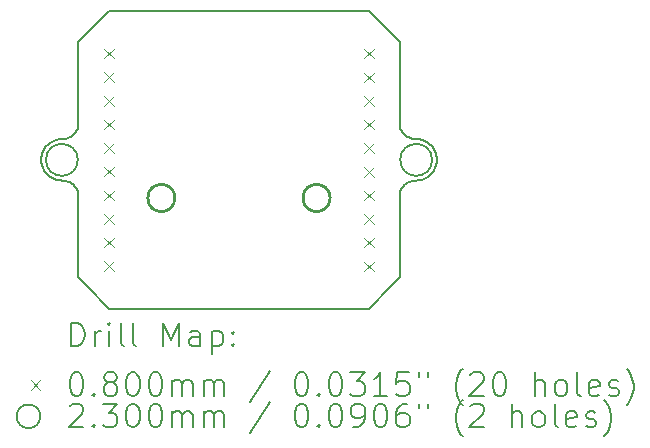
<source format=gbr>
%TF.GenerationSoftware,KiCad,Pcbnew,7.0.7*%
%TF.CreationDate,2023-10-04T16:54:40-06:00*%
%TF.ProjectId,USB_Module,5553425f-4d6f-4647-956c-652e6b696361,rev?*%
%TF.SameCoordinates,Original*%
%TF.FileFunction,Drillmap*%
%TF.FilePolarity,Positive*%
%FSLAX45Y45*%
G04 Gerber Fmt 4.5, Leading zero omitted, Abs format (unit mm)*
G04 Created by KiCad (PCBNEW 7.0.7) date 2023-10-04 16:54:40*
%MOMM*%
%LPD*%
G01*
G04 APERTURE LIST*
%ADD10C,0.150000*%
%ADD11C,0.200000*%
%ADD12C,0.080000*%
%ADD13C,0.230000*%
G04 APERTURE END LIST*
D10*
X16082764Y-9759417D02*
X16077351Y-9767824D01*
X12758048Y-9664031D02*
X12758055Y-9674030D01*
X12769873Y-9605507D02*
X12766518Y-9614926D01*
X13061277Y-9416992D02*
X13056267Y-9425644D01*
X16027440Y-9816237D02*
X16018872Y-9821392D01*
X13051925Y-9906564D02*
X13057317Y-9914984D01*
X12855936Y-9826048D02*
X12865036Y-9830192D01*
X12761490Y-9703796D02*
X12763762Y-9713533D01*
X12822337Y-9804504D02*
X12830261Y-9810602D01*
X15842916Y-9462681D02*
X15850975Y-9468598D01*
X16099374Y-9723124D02*
X16096007Y-9732539D01*
X13142980Y-10738920D02*
X13332980Y-10928920D01*
X15915897Y-9492913D02*
X15925861Y-9493746D01*
X15982302Y-9501014D02*
X15991811Y-9504105D01*
X16018872Y-9821392D02*
X16010024Y-9826048D01*
X13030677Y-9456224D02*
X13023044Y-9462681D01*
X16058363Y-9791002D02*
X16051186Y-9797964D01*
X16104470Y-9703796D02*
X16102198Y-9713533D01*
X12830082Y-9527368D02*
X12822165Y-9533476D01*
X12922985Y-9494206D02*
X12913023Y-9495062D01*
D11*
X16067980Y-9668920D02*
G75*
G03*
X16067980Y-9668920I-135000J0D01*
G01*
D10*
X16051349Y-9540026D02*
X16058517Y-9546996D01*
X16000924Y-9830192D02*
X15991603Y-9833809D01*
X15859421Y-9473948D02*
X15868215Y-9478705D01*
X12940099Y-9493746D02*
X12932980Y-9493920D01*
X16035699Y-9810602D02*
X16027440Y-9816237D01*
X12838334Y-9521722D02*
X12830082Y-9527368D01*
X15804683Y-9416992D02*
X15809693Y-9425644D01*
X13067980Y-10663920D02*
X13142980Y-10738920D01*
X13023044Y-9462681D02*
X13014985Y-9468598D01*
X12788609Y-9767824D02*
X12794493Y-9775908D01*
X13014985Y-9468598D02*
X13006539Y-9473948D01*
X12950063Y-9492913D02*
X12940099Y-9493746D01*
X15972417Y-9839419D02*
X15962615Y-9841393D01*
X12962546Y-9847049D02*
X12972251Y-9849451D01*
X12773761Y-9596296D02*
X12769873Y-9605507D01*
X12997745Y-9478705D02*
X12988645Y-9482847D01*
X13008739Y-9865529D02*
X13017061Y-9871070D01*
X13066298Y-9932836D02*
X13067980Y-10663920D01*
X12778169Y-9587321D02*
X12773761Y-9596296D01*
X13044525Y-9441815D02*
X13037849Y-9449258D01*
X15942975Y-9494206D02*
X15952936Y-9495062D01*
X15814035Y-9906564D02*
X15808643Y-9914984D01*
X16092199Y-9596296D02*
X16096087Y-9605507D01*
X12822165Y-9533476D02*
X12814611Y-9540026D01*
X15923205Y-9844277D02*
X15913262Y-9845322D01*
X12893327Y-9498472D02*
X12883657Y-9501014D01*
X16107347Y-9654049D02*
X16107912Y-9664031D01*
X13037849Y-9449258D02*
X13030677Y-9456224D01*
X16010024Y-9826048D02*
X16000924Y-9830192D01*
X12903127Y-9496485D02*
X12893327Y-9498472D01*
X12972251Y-9849451D02*
X12981767Y-9852516D01*
X15833498Y-9883805D02*
X15826492Y-9890937D01*
X15933197Y-9843920D02*
X15933197Y-9843920D01*
X12758055Y-9674030D02*
X12758632Y-9684012D01*
X12847088Y-9821392D02*
X12855936Y-9826048D01*
X15952936Y-9495062D02*
X15962833Y-9496485D01*
X12959945Y-9491399D02*
X12950063Y-9492913D01*
X13050674Y-9433932D02*
X13044525Y-9441815D01*
X16071602Y-9562108D02*
X16077476Y-9570199D01*
D11*
X13067980Y-9668920D02*
G75*
G03*
X13067980Y-9668920I-135000J0D01*
G01*
D10*
X16010223Y-9511889D02*
X16019065Y-9516557D01*
X15821435Y-9441815D02*
X15828111Y-9449258D01*
X12800829Y-9783642D02*
X12807597Y-9791002D01*
X15722980Y-10738920D02*
X15532980Y-10928920D01*
X13045966Y-9898536D02*
X13051925Y-9906564D01*
X15868215Y-9478705D02*
X15877315Y-9482847D01*
X12883870Y-9836888D02*
X12893543Y-9839419D01*
X15850975Y-9468598D02*
X15859421Y-9473948D01*
X16065276Y-9554365D02*
X16071602Y-9562108D01*
X12766586Y-9723124D02*
X12769953Y-9732539D01*
X12814774Y-9797964D02*
X12822337Y-9804504D01*
X15877315Y-9482847D02*
X15886678Y-9486353D01*
X16087791Y-9587321D02*
X16092199Y-9596296D01*
X12783196Y-9759417D02*
X12788609Y-9767824D01*
X15819994Y-9898536D02*
X15814035Y-9906564D01*
X15803845Y-9923755D02*
X15799662Y-9932836D01*
X13006539Y-9473948D02*
X12997745Y-9478705D01*
X15925861Y-9493746D02*
X15932980Y-9493920D01*
X15815286Y-9433932D02*
X15821435Y-9441815D01*
X15982090Y-9836888D02*
X15972417Y-9839419D01*
X15913262Y-9845322D02*
X15903414Y-9847049D01*
X12783081Y-9578612D02*
X12778169Y-9587321D01*
X12838520Y-9816237D02*
X12847088Y-9821392D01*
X13062115Y-9923755D02*
X13066298Y-9932836D01*
X12855737Y-9511889D02*
X12846895Y-9516557D01*
X16065131Y-9783642D02*
X16058363Y-9791002D01*
X13039468Y-9890937D02*
X13045966Y-9898536D01*
X15896260Y-9489208D02*
X15906015Y-9491399D01*
X15972633Y-9498472D02*
X15982302Y-9501014D01*
X16077351Y-9767824D02*
X16071467Y-9775908D01*
X12800684Y-9554365D02*
X12794358Y-9562108D01*
X15796501Y-9398760D02*
X15800278Y-9408017D01*
X15532980Y-8408920D02*
X15352980Y-8408920D01*
X15797980Y-10663920D02*
X15722980Y-10738920D01*
X12903345Y-9841393D02*
X12913243Y-9842804D01*
X13057317Y-9914984D02*
X13062115Y-9923755D01*
X12766518Y-9614926D02*
X12763706Y-9624521D01*
X15952717Y-9842804D02*
X15942754Y-9843647D01*
X16082878Y-9578612D02*
X16087791Y-9587321D01*
X13069459Y-9398760D02*
X13065682Y-9408017D01*
X13065682Y-9408017D02*
X13061277Y-9416992D01*
X16051186Y-9797964D02*
X16043623Y-9804504D01*
X13032462Y-9883805D02*
X13039468Y-9890937D01*
X13056267Y-9425644D02*
X13050674Y-9433932D01*
X12759778Y-9693945D02*
X12761490Y-9703796D01*
X16106213Y-9644114D02*
X16107347Y-9654049D01*
X12794358Y-9562108D02*
X12788484Y-9570199D01*
X15809693Y-9425644D02*
X15815286Y-9433932D01*
X12913023Y-9495062D02*
X12903127Y-9496485D01*
X12988645Y-9482847D02*
X12979282Y-9486353D01*
X12981767Y-9852516D02*
X12991050Y-9856230D01*
X16102198Y-9713533D02*
X16099374Y-9723124D01*
X16096007Y-9732539D02*
X16092107Y-9741746D01*
X12830261Y-9810602D02*
X12838520Y-9816237D01*
X16102254Y-9624521D02*
X16104514Y-9634261D01*
X12761446Y-9634261D02*
X12759747Y-9644114D01*
X15874910Y-9856230D02*
X15865905Y-9860574D01*
X15893709Y-9849451D02*
X15884193Y-9852516D01*
X15857221Y-9865529D02*
X15848899Y-9871070D01*
X12883657Y-9501014D02*
X12874149Y-9504105D01*
X16107328Y-9684012D02*
X16106182Y-9693945D01*
X12773853Y-9741746D02*
X12778272Y-9750715D01*
X12952698Y-9845322D02*
X12962546Y-9847049D01*
X12759747Y-9644114D02*
X12758613Y-9654049D01*
X13069459Y-9398760D02*
X13067980Y-8673920D01*
X16106182Y-9693945D02*
X16104470Y-9703796D01*
X15962615Y-9841393D02*
X15952717Y-9842804D01*
X15800278Y-9408017D02*
X15804683Y-9416992D01*
X15799662Y-9932836D02*
X15797980Y-10663920D01*
X13332980Y-8408920D02*
X15352980Y-8408920D01*
X12794493Y-9775908D02*
X12800829Y-9783642D01*
X12932980Y-9493920D02*
X12922985Y-9494206D01*
X12769953Y-9732539D02*
X12773853Y-9741746D01*
X15848899Y-9871070D02*
X15840979Y-9877172D01*
X12763706Y-9624521D02*
X12761446Y-9634261D01*
X15722980Y-8598920D02*
X15532980Y-8408920D01*
X15796501Y-9398760D02*
X15797980Y-8673920D01*
X15865905Y-9860574D02*
X15857221Y-9865529D01*
X16099442Y-9614926D02*
X16102254Y-9624521D01*
X12807443Y-9546996D02*
X12800684Y-9554365D01*
X12913243Y-9842804D02*
X12923206Y-9843647D01*
X15932980Y-9493920D02*
X15942975Y-9494206D01*
X16035878Y-9527368D02*
X16043795Y-9533476D01*
X12758613Y-9654049D02*
X12758048Y-9664031D01*
X12814611Y-9540026D02*
X12807443Y-9546996D01*
X12778272Y-9750715D02*
X12783196Y-9759417D01*
X13067980Y-8673920D02*
X13142980Y-8598920D01*
X16071467Y-9775908D02*
X16065131Y-9783642D01*
X12865036Y-9830192D02*
X12874357Y-9833809D01*
X15942754Y-9843647D02*
X15933197Y-9843920D01*
X16077476Y-9570199D02*
X16082878Y-9578612D01*
X12893543Y-9839419D02*
X12903345Y-9841393D01*
X15886678Y-9486353D02*
X15896260Y-9489208D01*
X15991811Y-9504105D02*
X16001128Y-9507734D01*
X15532980Y-10928920D02*
X13332980Y-10928920D01*
X16107912Y-9664031D02*
X16107905Y-9674030D01*
X12979282Y-9486353D02*
X12969700Y-9489208D01*
X15884193Y-9852516D02*
X15874910Y-9856230D01*
X16001128Y-9507734D02*
X16010223Y-9511889D01*
X12807597Y-9791002D02*
X12814774Y-9797964D01*
X12932763Y-9843920D02*
X12942755Y-9844277D01*
X16027626Y-9521722D02*
X16035878Y-9527368D01*
X15962833Y-9496485D02*
X15972633Y-9498472D01*
X13142980Y-8598920D02*
X13332980Y-8408920D01*
X15933197Y-9843920D02*
X15923205Y-9844277D01*
X12788484Y-9570199D02*
X12783081Y-9578612D01*
X16058517Y-9546996D02*
X16065276Y-9554365D01*
X12969700Y-9489208D02*
X12959945Y-9491399D01*
X16043795Y-9533476D02*
X16051349Y-9540026D01*
X12846895Y-9516557D02*
X12838334Y-9521722D01*
X16087688Y-9750715D02*
X16082764Y-9759417D01*
X16019065Y-9516557D02*
X16027626Y-9521722D01*
X15835283Y-9456224D02*
X15842916Y-9462681D01*
X12763762Y-9713533D02*
X12766586Y-9723124D01*
X12942755Y-9844277D02*
X12952698Y-9845322D01*
X15991603Y-9833809D02*
X15982090Y-9836888D01*
X15826492Y-9890937D02*
X15819994Y-9898536D01*
X15828111Y-9449258D02*
X15835283Y-9456224D01*
X13017061Y-9871070D02*
X13024981Y-9877172D01*
X15808643Y-9914984D02*
X15803845Y-9923755D01*
X12758632Y-9684012D02*
X12759778Y-9693945D01*
X12874149Y-9504105D02*
X12864832Y-9507734D01*
X16043623Y-9804504D02*
X16035699Y-9810602D01*
X12991050Y-9856230D02*
X13000055Y-9860574D01*
X16104514Y-9634261D02*
X16106213Y-9644114D01*
X13000055Y-9860574D02*
X13008739Y-9865529D01*
X12923206Y-9843647D02*
X12932763Y-9843920D01*
X15906015Y-9491399D02*
X15915897Y-9492913D01*
X15903414Y-9847049D02*
X15893709Y-9849451D01*
X13024981Y-9877172D02*
X13032462Y-9883805D01*
X15797980Y-8673920D02*
X15722980Y-8598920D01*
X16107905Y-9674030D02*
X16107328Y-9684012D01*
X12874357Y-9833809D02*
X12883870Y-9836888D01*
X16092107Y-9741746D02*
X16087688Y-9750715D01*
X15840979Y-9877172D02*
X15833498Y-9883805D01*
X12864832Y-9507734D02*
X12855737Y-9511889D01*
X16096087Y-9605507D02*
X16099442Y-9614926D01*
D11*
D12*
X13293360Y-8729020D02*
X13373360Y-8809020D01*
X13373360Y-8729020D02*
X13293360Y-8809020D01*
X13293360Y-8929020D02*
X13373360Y-9009020D01*
X13373360Y-8929020D02*
X13293360Y-9009020D01*
X13293360Y-9129020D02*
X13373360Y-9209020D01*
X13373360Y-9129020D02*
X13293360Y-9209020D01*
X13293360Y-9329020D02*
X13373360Y-9409020D01*
X13373360Y-9329020D02*
X13293360Y-9409020D01*
X13293360Y-9529020D02*
X13373360Y-9609020D01*
X13373360Y-9529020D02*
X13293360Y-9609020D01*
X13293360Y-9729020D02*
X13373360Y-9809020D01*
X13373360Y-9729020D02*
X13293360Y-9809020D01*
X13293360Y-9929020D02*
X13373360Y-10009020D01*
X13373360Y-9929020D02*
X13293360Y-10009020D01*
X13293360Y-10129020D02*
X13373360Y-10209020D01*
X13373360Y-10129020D02*
X13293360Y-10209020D01*
X13293360Y-10329020D02*
X13373360Y-10409020D01*
X13373360Y-10329020D02*
X13293360Y-10409020D01*
X13293360Y-10529020D02*
X13373360Y-10609020D01*
X13373360Y-10529020D02*
X13293360Y-10609020D01*
X15492100Y-8730060D02*
X15572100Y-8810060D01*
X15572100Y-8730060D02*
X15492100Y-8810060D01*
X15492100Y-8930060D02*
X15572100Y-9010060D01*
X15572100Y-8930060D02*
X15492100Y-9010060D01*
X15492100Y-9130060D02*
X15572100Y-9210060D01*
X15572100Y-9130060D02*
X15492100Y-9210060D01*
X15492100Y-9330060D02*
X15572100Y-9410060D01*
X15572100Y-9330060D02*
X15492100Y-9410060D01*
X15492100Y-9530060D02*
X15572100Y-9610060D01*
X15572100Y-9530060D02*
X15492100Y-9610060D01*
X15492100Y-9730060D02*
X15572100Y-9810060D01*
X15572100Y-9730060D02*
X15492100Y-9810060D01*
X15492100Y-9930060D02*
X15572100Y-10010060D01*
X15572100Y-9930060D02*
X15492100Y-10010060D01*
X15492100Y-10130060D02*
X15572100Y-10210060D01*
X15572100Y-10130060D02*
X15492100Y-10210060D01*
X15492100Y-10330060D02*
X15572100Y-10410060D01*
X15572100Y-10330060D02*
X15492100Y-10410060D01*
X15492100Y-10530060D02*
X15572100Y-10610060D01*
X15572100Y-10530060D02*
X15492100Y-10610060D01*
D13*
X13890280Y-9991600D02*
G75*
G03*
X13890280Y-9991600I-115000J0D01*
G01*
X15204280Y-9991600D02*
G75*
G03*
X15204280Y-9991600I-115000J0D01*
G01*
D11*
X13011325Y-11247904D02*
X13011325Y-11047904D01*
X13011325Y-11047904D02*
X13058944Y-11047904D01*
X13058944Y-11047904D02*
X13087516Y-11057428D01*
X13087516Y-11057428D02*
X13106563Y-11076475D01*
X13106563Y-11076475D02*
X13116087Y-11095523D01*
X13116087Y-11095523D02*
X13125611Y-11133618D01*
X13125611Y-11133618D02*
X13125611Y-11162190D01*
X13125611Y-11162190D02*
X13116087Y-11200285D01*
X13116087Y-11200285D02*
X13106563Y-11219332D01*
X13106563Y-11219332D02*
X13087516Y-11238380D01*
X13087516Y-11238380D02*
X13058944Y-11247904D01*
X13058944Y-11247904D02*
X13011325Y-11247904D01*
X13211325Y-11247904D02*
X13211325Y-11114570D01*
X13211325Y-11152666D02*
X13220849Y-11133618D01*
X13220849Y-11133618D02*
X13230373Y-11124094D01*
X13230373Y-11124094D02*
X13249420Y-11114570D01*
X13249420Y-11114570D02*
X13268468Y-11114570D01*
X13335135Y-11247904D02*
X13335135Y-11114570D01*
X13335135Y-11047904D02*
X13325611Y-11057428D01*
X13325611Y-11057428D02*
X13335135Y-11066951D01*
X13335135Y-11066951D02*
X13344658Y-11057428D01*
X13344658Y-11057428D02*
X13335135Y-11047904D01*
X13335135Y-11047904D02*
X13335135Y-11066951D01*
X13458944Y-11247904D02*
X13439896Y-11238380D01*
X13439896Y-11238380D02*
X13430373Y-11219332D01*
X13430373Y-11219332D02*
X13430373Y-11047904D01*
X13563706Y-11247904D02*
X13544658Y-11238380D01*
X13544658Y-11238380D02*
X13535135Y-11219332D01*
X13535135Y-11219332D02*
X13535135Y-11047904D01*
X13792277Y-11247904D02*
X13792277Y-11047904D01*
X13792277Y-11047904D02*
X13858944Y-11190761D01*
X13858944Y-11190761D02*
X13925611Y-11047904D01*
X13925611Y-11047904D02*
X13925611Y-11247904D01*
X14106563Y-11247904D02*
X14106563Y-11143142D01*
X14106563Y-11143142D02*
X14097039Y-11124094D01*
X14097039Y-11124094D02*
X14077992Y-11114570D01*
X14077992Y-11114570D02*
X14039896Y-11114570D01*
X14039896Y-11114570D02*
X14020849Y-11124094D01*
X14106563Y-11238380D02*
X14087516Y-11247904D01*
X14087516Y-11247904D02*
X14039896Y-11247904D01*
X14039896Y-11247904D02*
X14020849Y-11238380D01*
X14020849Y-11238380D02*
X14011325Y-11219332D01*
X14011325Y-11219332D02*
X14011325Y-11200285D01*
X14011325Y-11200285D02*
X14020849Y-11181237D01*
X14020849Y-11181237D02*
X14039896Y-11171713D01*
X14039896Y-11171713D02*
X14087516Y-11171713D01*
X14087516Y-11171713D02*
X14106563Y-11162190D01*
X14201801Y-11114570D02*
X14201801Y-11314570D01*
X14201801Y-11124094D02*
X14220849Y-11114570D01*
X14220849Y-11114570D02*
X14258944Y-11114570D01*
X14258944Y-11114570D02*
X14277992Y-11124094D01*
X14277992Y-11124094D02*
X14287516Y-11133618D01*
X14287516Y-11133618D02*
X14297039Y-11152666D01*
X14297039Y-11152666D02*
X14297039Y-11209808D01*
X14297039Y-11209808D02*
X14287516Y-11228856D01*
X14287516Y-11228856D02*
X14277992Y-11238380D01*
X14277992Y-11238380D02*
X14258944Y-11247904D01*
X14258944Y-11247904D02*
X14220849Y-11247904D01*
X14220849Y-11247904D02*
X14201801Y-11238380D01*
X14382754Y-11228856D02*
X14392277Y-11238380D01*
X14392277Y-11238380D02*
X14382754Y-11247904D01*
X14382754Y-11247904D02*
X14373230Y-11238380D01*
X14373230Y-11238380D02*
X14382754Y-11228856D01*
X14382754Y-11228856D02*
X14382754Y-11247904D01*
X14382754Y-11124094D02*
X14392277Y-11133618D01*
X14392277Y-11133618D02*
X14382754Y-11143142D01*
X14382754Y-11143142D02*
X14373230Y-11133618D01*
X14373230Y-11133618D02*
X14382754Y-11124094D01*
X14382754Y-11124094D02*
X14382754Y-11143142D01*
D12*
X12670548Y-11536420D02*
X12750548Y-11616420D01*
X12750548Y-11536420D02*
X12670548Y-11616420D01*
D11*
X13049420Y-11467904D02*
X13068468Y-11467904D01*
X13068468Y-11467904D02*
X13087516Y-11477428D01*
X13087516Y-11477428D02*
X13097039Y-11486951D01*
X13097039Y-11486951D02*
X13106563Y-11505999D01*
X13106563Y-11505999D02*
X13116087Y-11544094D01*
X13116087Y-11544094D02*
X13116087Y-11591713D01*
X13116087Y-11591713D02*
X13106563Y-11629808D01*
X13106563Y-11629808D02*
X13097039Y-11648856D01*
X13097039Y-11648856D02*
X13087516Y-11658380D01*
X13087516Y-11658380D02*
X13068468Y-11667904D01*
X13068468Y-11667904D02*
X13049420Y-11667904D01*
X13049420Y-11667904D02*
X13030373Y-11658380D01*
X13030373Y-11658380D02*
X13020849Y-11648856D01*
X13020849Y-11648856D02*
X13011325Y-11629808D01*
X13011325Y-11629808D02*
X13001801Y-11591713D01*
X13001801Y-11591713D02*
X13001801Y-11544094D01*
X13001801Y-11544094D02*
X13011325Y-11505999D01*
X13011325Y-11505999D02*
X13020849Y-11486951D01*
X13020849Y-11486951D02*
X13030373Y-11477428D01*
X13030373Y-11477428D02*
X13049420Y-11467904D01*
X13201801Y-11648856D02*
X13211325Y-11658380D01*
X13211325Y-11658380D02*
X13201801Y-11667904D01*
X13201801Y-11667904D02*
X13192277Y-11658380D01*
X13192277Y-11658380D02*
X13201801Y-11648856D01*
X13201801Y-11648856D02*
X13201801Y-11667904D01*
X13325611Y-11553618D02*
X13306563Y-11544094D01*
X13306563Y-11544094D02*
X13297039Y-11534570D01*
X13297039Y-11534570D02*
X13287516Y-11515523D01*
X13287516Y-11515523D02*
X13287516Y-11505999D01*
X13287516Y-11505999D02*
X13297039Y-11486951D01*
X13297039Y-11486951D02*
X13306563Y-11477428D01*
X13306563Y-11477428D02*
X13325611Y-11467904D01*
X13325611Y-11467904D02*
X13363706Y-11467904D01*
X13363706Y-11467904D02*
X13382754Y-11477428D01*
X13382754Y-11477428D02*
X13392277Y-11486951D01*
X13392277Y-11486951D02*
X13401801Y-11505999D01*
X13401801Y-11505999D02*
X13401801Y-11515523D01*
X13401801Y-11515523D02*
X13392277Y-11534570D01*
X13392277Y-11534570D02*
X13382754Y-11544094D01*
X13382754Y-11544094D02*
X13363706Y-11553618D01*
X13363706Y-11553618D02*
X13325611Y-11553618D01*
X13325611Y-11553618D02*
X13306563Y-11563142D01*
X13306563Y-11563142D02*
X13297039Y-11572666D01*
X13297039Y-11572666D02*
X13287516Y-11591713D01*
X13287516Y-11591713D02*
X13287516Y-11629808D01*
X13287516Y-11629808D02*
X13297039Y-11648856D01*
X13297039Y-11648856D02*
X13306563Y-11658380D01*
X13306563Y-11658380D02*
X13325611Y-11667904D01*
X13325611Y-11667904D02*
X13363706Y-11667904D01*
X13363706Y-11667904D02*
X13382754Y-11658380D01*
X13382754Y-11658380D02*
X13392277Y-11648856D01*
X13392277Y-11648856D02*
X13401801Y-11629808D01*
X13401801Y-11629808D02*
X13401801Y-11591713D01*
X13401801Y-11591713D02*
X13392277Y-11572666D01*
X13392277Y-11572666D02*
X13382754Y-11563142D01*
X13382754Y-11563142D02*
X13363706Y-11553618D01*
X13525611Y-11467904D02*
X13544658Y-11467904D01*
X13544658Y-11467904D02*
X13563706Y-11477428D01*
X13563706Y-11477428D02*
X13573230Y-11486951D01*
X13573230Y-11486951D02*
X13582754Y-11505999D01*
X13582754Y-11505999D02*
X13592277Y-11544094D01*
X13592277Y-11544094D02*
X13592277Y-11591713D01*
X13592277Y-11591713D02*
X13582754Y-11629808D01*
X13582754Y-11629808D02*
X13573230Y-11648856D01*
X13573230Y-11648856D02*
X13563706Y-11658380D01*
X13563706Y-11658380D02*
X13544658Y-11667904D01*
X13544658Y-11667904D02*
X13525611Y-11667904D01*
X13525611Y-11667904D02*
X13506563Y-11658380D01*
X13506563Y-11658380D02*
X13497039Y-11648856D01*
X13497039Y-11648856D02*
X13487516Y-11629808D01*
X13487516Y-11629808D02*
X13477992Y-11591713D01*
X13477992Y-11591713D02*
X13477992Y-11544094D01*
X13477992Y-11544094D02*
X13487516Y-11505999D01*
X13487516Y-11505999D02*
X13497039Y-11486951D01*
X13497039Y-11486951D02*
X13506563Y-11477428D01*
X13506563Y-11477428D02*
X13525611Y-11467904D01*
X13716087Y-11467904D02*
X13735135Y-11467904D01*
X13735135Y-11467904D02*
X13754182Y-11477428D01*
X13754182Y-11477428D02*
X13763706Y-11486951D01*
X13763706Y-11486951D02*
X13773230Y-11505999D01*
X13773230Y-11505999D02*
X13782754Y-11544094D01*
X13782754Y-11544094D02*
X13782754Y-11591713D01*
X13782754Y-11591713D02*
X13773230Y-11629808D01*
X13773230Y-11629808D02*
X13763706Y-11648856D01*
X13763706Y-11648856D02*
X13754182Y-11658380D01*
X13754182Y-11658380D02*
X13735135Y-11667904D01*
X13735135Y-11667904D02*
X13716087Y-11667904D01*
X13716087Y-11667904D02*
X13697039Y-11658380D01*
X13697039Y-11658380D02*
X13687516Y-11648856D01*
X13687516Y-11648856D02*
X13677992Y-11629808D01*
X13677992Y-11629808D02*
X13668468Y-11591713D01*
X13668468Y-11591713D02*
X13668468Y-11544094D01*
X13668468Y-11544094D02*
X13677992Y-11505999D01*
X13677992Y-11505999D02*
X13687516Y-11486951D01*
X13687516Y-11486951D02*
X13697039Y-11477428D01*
X13697039Y-11477428D02*
X13716087Y-11467904D01*
X13868468Y-11667904D02*
X13868468Y-11534570D01*
X13868468Y-11553618D02*
X13877992Y-11544094D01*
X13877992Y-11544094D02*
X13897039Y-11534570D01*
X13897039Y-11534570D02*
X13925611Y-11534570D01*
X13925611Y-11534570D02*
X13944658Y-11544094D01*
X13944658Y-11544094D02*
X13954182Y-11563142D01*
X13954182Y-11563142D02*
X13954182Y-11667904D01*
X13954182Y-11563142D02*
X13963706Y-11544094D01*
X13963706Y-11544094D02*
X13982754Y-11534570D01*
X13982754Y-11534570D02*
X14011325Y-11534570D01*
X14011325Y-11534570D02*
X14030373Y-11544094D01*
X14030373Y-11544094D02*
X14039897Y-11563142D01*
X14039897Y-11563142D02*
X14039897Y-11667904D01*
X14135135Y-11667904D02*
X14135135Y-11534570D01*
X14135135Y-11553618D02*
X14144658Y-11544094D01*
X14144658Y-11544094D02*
X14163706Y-11534570D01*
X14163706Y-11534570D02*
X14192278Y-11534570D01*
X14192278Y-11534570D02*
X14211325Y-11544094D01*
X14211325Y-11544094D02*
X14220849Y-11563142D01*
X14220849Y-11563142D02*
X14220849Y-11667904D01*
X14220849Y-11563142D02*
X14230373Y-11544094D01*
X14230373Y-11544094D02*
X14249420Y-11534570D01*
X14249420Y-11534570D02*
X14277992Y-11534570D01*
X14277992Y-11534570D02*
X14297039Y-11544094D01*
X14297039Y-11544094D02*
X14306563Y-11563142D01*
X14306563Y-11563142D02*
X14306563Y-11667904D01*
X14697039Y-11458380D02*
X14525611Y-11715523D01*
X14954182Y-11467904D02*
X14973230Y-11467904D01*
X14973230Y-11467904D02*
X14992278Y-11477428D01*
X14992278Y-11477428D02*
X15001801Y-11486951D01*
X15001801Y-11486951D02*
X15011325Y-11505999D01*
X15011325Y-11505999D02*
X15020849Y-11544094D01*
X15020849Y-11544094D02*
X15020849Y-11591713D01*
X15020849Y-11591713D02*
X15011325Y-11629808D01*
X15011325Y-11629808D02*
X15001801Y-11648856D01*
X15001801Y-11648856D02*
X14992278Y-11658380D01*
X14992278Y-11658380D02*
X14973230Y-11667904D01*
X14973230Y-11667904D02*
X14954182Y-11667904D01*
X14954182Y-11667904D02*
X14935135Y-11658380D01*
X14935135Y-11658380D02*
X14925611Y-11648856D01*
X14925611Y-11648856D02*
X14916087Y-11629808D01*
X14916087Y-11629808D02*
X14906563Y-11591713D01*
X14906563Y-11591713D02*
X14906563Y-11544094D01*
X14906563Y-11544094D02*
X14916087Y-11505999D01*
X14916087Y-11505999D02*
X14925611Y-11486951D01*
X14925611Y-11486951D02*
X14935135Y-11477428D01*
X14935135Y-11477428D02*
X14954182Y-11467904D01*
X15106563Y-11648856D02*
X15116087Y-11658380D01*
X15116087Y-11658380D02*
X15106563Y-11667904D01*
X15106563Y-11667904D02*
X15097040Y-11658380D01*
X15097040Y-11658380D02*
X15106563Y-11648856D01*
X15106563Y-11648856D02*
X15106563Y-11667904D01*
X15239897Y-11467904D02*
X15258944Y-11467904D01*
X15258944Y-11467904D02*
X15277992Y-11477428D01*
X15277992Y-11477428D02*
X15287516Y-11486951D01*
X15287516Y-11486951D02*
X15297040Y-11505999D01*
X15297040Y-11505999D02*
X15306563Y-11544094D01*
X15306563Y-11544094D02*
X15306563Y-11591713D01*
X15306563Y-11591713D02*
X15297040Y-11629808D01*
X15297040Y-11629808D02*
X15287516Y-11648856D01*
X15287516Y-11648856D02*
X15277992Y-11658380D01*
X15277992Y-11658380D02*
X15258944Y-11667904D01*
X15258944Y-11667904D02*
X15239897Y-11667904D01*
X15239897Y-11667904D02*
X15220849Y-11658380D01*
X15220849Y-11658380D02*
X15211325Y-11648856D01*
X15211325Y-11648856D02*
X15201801Y-11629808D01*
X15201801Y-11629808D02*
X15192278Y-11591713D01*
X15192278Y-11591713D02*
X15192278Y-11544094D01*
X15192278Y-11544094D02*
X15201801Y-11505999D01*
X15201801Y-11505999D02*
X15211325Y-11486951D01*
X15211325Y-11486951D02*
X15220849Y-11477428D01*
X15220849Y-11477428D02*
X15239897Y-11467904D01*
X15373230Y-11467904D02*
X15497040Y-11467904D01*
X15497040Y-11467904D02*
X15430373Y-11544094D01*
X15430373Y-11544094D02*
X15458944Y-11544094D01*
X15458944Y-11544094D02*
X15477992Y-11553618D01*
X15477992Y-11553618D02*
X15487516Y-11563142D01*
X15487516Y-11563142D02*
X15497040Y-11582189D01*
X15497040Y-11582189D02*
X15497040Y-11629808D01*
X15497040Y-11629808D02*
X15487516Y-11648856D01*
X15487516Y-11648856D02*
X15477992Y-11658380D01*
X15477992Y-11658380D02*
X15458944Y-11667904D01*
X15458944Y-11667904D02*
X15401801Y-11667904D01*
X15401801Y-11667904D02*
X15382754Y-11658380D01*
X15382754Y-11658380D02*
X15373230Y-11648856D01*
X15687516Y-11667904D02*
X15573230Y-11667904D01*
X15630373Y-11667904D02*
X15630373Y-11467904D01*
X15630373Y-11467904D02*
X15611325Y-11496475D01*
X15611325Y-11496475D02*
X15592278Y-11515523D01*
X15592278Y-11515523D02*
X15573230Y-11525047D01*
X15868468Y-11467904D02*
X15773230Y-11467904D01*
X15773230Y-11467904D02*
X15763706Y-11563142D01*
X15763706Y-11563142D02*
X15773230Y-11553618D01*
X15773230Y-11553618D02*
X15792278Y-11544094D01*
X15792278Y-11544094D02*
X15839897Y-11544094D01*
X15839897Y-11544094D02*
X15858944Y-11553618D01*
X15858944Y-11553618D02*
X15868468Y-11563142D01*
X15868468Y-11563142D02*
X15877992Y-11582189D01*
X15877992Y-11582189D02*
X15877992Y-11629808D01*
X15877992Y-11629808D02*
X15868468Y-11648856D01*
X15868468Y-11648856D02*
X15858944Y-11658380D01*
X15858944Y-11658380D02*
X15839897Y-11667904D01*
X15839897Y-11667904D02*
X15792278Y-11667904D01*
X15792278Y-11667904D02*
X15773230Y-11658380D01*
X15773230Y-11658380D02*
X15763706Y-11648856D01*
X15954182Y-11467904D02*
X15954182Y-11505999D01*
X16030373Y-11467904D02*
X16030373Y-11505999D01*
X16325611Y-11744094D02*
X16316087Y-11734570D01*
X16316087Y-11734570D02*
X16297040Y-11705999D01*
X16297040Y-11705999D02*
X16287516Y-11686951D01*
X16287516Y-11686951D02*
X16277992Y-11658380D01*
X16277992Y-11658380D02*
X16268468Y-11610761D01*
X16268468Y-11610761D02*
X16268468Y-11572666D01*
X16268468Y-11572666D02*
X16277992Y-11525047D01*
X16277992Y-11525047D02*
X16287516Y-11496475D01*
X16287516Y-11496475D02*
X16297040Y-11477428D01*
X16297040Y-11477428D02*
X16316087Y-11448856D01*
X16316087Y-11448856D02*
X16325611Y-11439332D01*
X16392278Y-11486951D02*
X16401802Y-11477428D01*
X16401802Y-11477428D02*
X16420849Y-11467904D01*
X16420849Y-11467904D02*
X16468468Y-11467904D01*
X16468468Y-11467904D02*
X16487516Y-11477428D01*
X16487516Y-11477428D02*
X16497040Y-11486951D01*
X16497040Y-11486951D02*
X16506563Y-11505999D01*
X16506563Y-11505999D02*
X16506563Y-11525047D01*
X16506563Y-11525047D02*
X16497040Y-11553618D01*
X16497040Y-11553618D02*
X16382754Y-11667904D01*
X16382754Y-11667904D02*
X16506563Y-11667904D01*
X16630373Y-11467904D02*
X16649421Y-11467904D01*
X16649421Y-11467904D02*
X16668468Y-11477428D01*
X16668468Y-11477428D02*
X16677992Y-11486951D01*
X16677992Y-11486951D02*
X16687516Y-11505999D01*
X16687516Y-11505999D02*
X16697040Y-11544094D01*
X16697040Y-11544094D02*
X16697040Y-11591713D01*
X16697040Y-11591713D02*
X16687516Y-11629808D01*
X16687516Y-11629808D02*
X16677992Y-11648856D01*
X16677992Y-11648856D02*
X16668468Y-11658380D01*
X16668468Y-11658380D02*
X16649421Y-11667904D01*
X16649421Y-11667904D02*
X16630373Y-11667904D01*
X16630373Y-11667904D02*
X16611325Y-11658380D01*
X16611325Y-11658380D02*
X16601802Y-11648856D01*
X16601802Y-11648856D02*
X16592278Y-11629808D01*
X16592278Y-11629808D02*
X16582754Y-11591713D01*
X16582754Y-11591713D02*
X16582754Y-11544094D01*
X16582754Y-11544094D02*
X16592278Y-11505999D01*
X16592278Y-11505999D02*
X16601802Y-11486951D01*
X16601802Y-11486951D02*
X16611325Y-11477428D01*
X16611325Y-11477428D02*
X16630373Y-11467904D01*
X16935135Y-11667904D02*
X16935135Y-11467904D01*
X17020849Y-11667904D02*
X17020849Y-11563142D01*
X17020849Y-11563142D02*
X17011326Y-11544094D01*
X17011326Y-11544094D02*
X16992278Y-11534570D01*
X16992278Y-11534570D02*
X16963706Y-11534570D01*
X16963706Y-11534570D02*
X16944659Y-11544094D01*
X16944659Y-11544094D02*
X16935135Y-11553618D01*
X17144659Y-11667904D02*
X17125611Y-11658380D01*
X17125611Y-11658380D02*
X17116087Y-11648856D01*
X17116087Y-11648856D02*
X17106564Y-11629808D01*
X17106564Y-11629808D02*
X17106564Y-11572666D01*
X17106564Y-11572666D02*
X17116087Y-11553618D01*
X17116087Y-11553618D02*
X17125611Y-11544094D01*
X17125611Y-11544094D02*
X17144659Y-11534570D01*
X17144659Y-11534570D02*
X17173230Y-11534570D01*
X17173230Y-11534570D02*
X17192278Y-11544094D01*
X17192278Y-11544094D02*
X17201802Y-11553618D01*
X17201802Y-11553618D02*
X17211326Y-11572666D01*
X17211326Y-11572666D02*
X17211326Y-11629808D01*
X17211326Y-11629808D02*
X17201802Y-11648856D01*
X17201802Y-11648856D02*
X17192278Y-11658380D01*
X17192278Y-11658380D02*
X17173230Y-11667904D01*
X17173230Y-11667904D02*
X17144659Y-11667904D01*
X17325611Y-11667904D02*
X17306564Y-11658380D01*
X17306564Y-11658380D02*
X17297040Y-11639332D01*
X17297040Y-11639332D02*
X17297040Y-11467904D01*
X17477992Y-11658380D02*
X17458945Y-11667904D01*
X17458945Y-11667904D02*
X17420849Y-11667904D01*
X17420849Y-11667904D02*
X17401802Y-11658380D01*
X17401802Y-11658380D02*
X17392278Y-11639332D01*
X17392278Y-11639332D02*
X17392278Y-11563142D01*
X17392278Y-11563142D02*
X17401802Y-11544094D01*
X17401802Y-11544094D02*
X17420849Y-11534570D01*
X17420849Y-11534570D02*
X17458945Y-11534570D01*
X17458945Y-11534570D02*
X17477992Y-11544094D01*
X17477992Y-11544094D02*
X17487516Y-11563142D01*
X17487516Y-11563142D02*
X17487516Y-11582189D01*
X17487516Y-11582189D02*
X17392278Y-11601237D01*
X17563707Y-11658380D02*
X17582754Y-11667904D01*
X17582754Y-11667904D02*
X17620849Y-11667904D01*
X17620849Y-11667904D02*
X17639897Y-11658380D01*
X17639897Y-11658380D02*
X17649421Y-11639332D01*
X17649421Y-11639332D02*
X17649421Y-11629808D01*
X17649421Y-11629808D02*
X17639897Y-11610761D01*
X17639897Y-11610761D02*
X17620849Y-11601237D01*
X17620849Y-11601237D02*
X17592278Y-11601237D01*
X17592278Y-11601237D02*
X17573230Y-11591713D01*
X17573230Y-11591713D02*
X17563707Y-11572666D01*
X17563707Y-11572666D02*
X17563707Y-11563142D01*
X17563707Y-11563142D02*
X17573230Y-11544094D01*
X17573230Y-11544094D02*
X17592278Y-11534570D01*
X17592278Y-11534570D02*
X17620849Y-11534570D01*
X17620849Y-11534570D02*
X17639897Y-11544094D01*
X17716088Y-11744094D02*
X17725611Y-11734570D01*
X17725611Y-11734570D02*
X17744659Y-11705999D01*
X17744659Y-11705999D02*
X17754183Y-11686951D01*
X17754183Y-11686951D02*
X17763707Y-11658380D01*
X17763707Y-11658380D02*
X17773230Y-11610761D01*
X17773230Y-11610761D02*
X17773230Y-11572666D01*
X17773230Y-11572666D02*
X17763707Y-11525047D01*
X17763707Y-11525047D02*
X17754183Y-11496475D01*
X17754183Y-11496475D02*
X17744659Y-11477428D01*
X17744659Y-11477428D02*
X17725611Y-11448856D01*
X17725611Y-11448856D02*
X17716088Y-11439332D01*
X12750548Y-11840420D02*
G75*
G03*
X12750548Y-11840420I-100000J0D01*
G01*
X13001801Y-11750951D02*
X13011325Y-11741428D01*
X13011325Y-11741428D02*
X13030373Y-11731904D01*
X13030373Y-11731904D02*
X13077992Y-11731904D01*
X13077992Y-11731904D02*
X13097039Y-11741428D01*
X13097039Y-11741428D02*
X13106563Y-11750951D01*
X13106563Y-11750951D02*
X13116087Y-11769999D01*
X13116087Y-11769999D02*
X13116087Y-11789047D01*
X13116087Y-11789047D02*
X13106563Y-11817618D01*
X13106563Y-11817618D02*
X12992277Y-11931904D01*
X12992277Y-11931904D02*
X13116087Y-11931904D01*
X13201801Y-11912856D02*
X13211325Y-11922380D01*
X13211325Y-11922380D02*
X13201801Y-11931904D01*
X13201801Y-11931904D02*
X13192277Y-11922380D01*
X13192277Y-11922380D02*
X13201801Y-11912856D01*
X13201801Y-11912856D02*
X13201801Y-11931904D01*
X13277992Y-11731904D02*
X13401801Y-11731904D01*
X13401801Y-11731904D02*
X13335135Y-11808094D01*
X13335135Y-11808094D02*
X13363706Y-11808094D01*
X13363706Y-11808094D02*
X13382754Y-11817618D01*
X13382754Y-11817618D02*
X13392277Y-11827142D01*
X13392277Y-11827142D02*
X13401801Y-11846189D01*
X13401801Y-11846189D02*
X13401801Y-11893808D01*
X13401801Y-11893808D02*
X13392277Y-11912856D01*
X13392277Y-11912856D02*
X13382754Y-11922380D01*
X13382754Y-11922380D02*
X13363706Y-11931904D01*
X13363706Y-11931904D02*
X13306563Y-11931904D01*
X13306563Y-11931904D02*
X13287516Y-11922380D01*
X13287516Y-11922380D02*
X13277992Y-11912856D01*
X13525611Y-11731904D02*
X13544658Y-11731904D01*
X13544658Y-11731904D02*
X13563706Y-11741428D01*
X13563706Y-11741428D02*
X13573230Y-11750951D01*
X13573230Y-11750951D02*
X13582754Y-11769999D01*
X13582754Y-11769999D02*
X13592277Y-11808094D01*
X13592277Y-11808094D02*
X13592277Y-11855713D01*
X13592277Y-11855713D02*
X13582754Y-11893808D01*
X13582754Y-11893808D02*
X13573230Y-11912856D01*
X13573230Y-11912856D02*
X13563706Y-11922380D01*
X13563706Y-11922380D02*
X13544658Y-11931904D01*
X13544658Y-11931904D02*
X13525611Y-11931904D01*
X13525611Y-11931904D02*
X13506563Y-11922380D01*
X13506563Y-11922380D02*
X13497039Y-11912856D01*
X13497039Y-11912856D02*
X13487516Y-11893808D01*
X13487516Y-11893808D02*
X13477992Y-11855713D01*
X13477992Y-11855713D02*
X13477992Y-11808094D01*
X13477992Y-11808094D02*
X13487516Y-11769999D01*
X13487516Y-11769999D02*
X13497039Y-11750951D01*
X13497039Y-11750951D02*
X13506563Y-11741428D01*
X13506563Y-11741428D02*
X13525611Y-11731904D01*
X13716087Y-11731904D02*
X13735135Y-11731904D01*
X13735135Y-11731904D02*
X13754182Y-11741428D01*
X13754182Y-11741428D02*
X13763706Y-11750951D01*
X13763706Y-11750951D02*
X13773230Y-11769999D01*
X13773230Y-11769999D02*
X13782754Y-11808094D01*
X13782754Y-11808094D02*
X13782754Y-11855713D01*
X13782754Y-11855713D02*
X13773230Y-11893808D01*
X13773230Y-11893808D02*
X13763706Y-11912856D01*
X13763706Y-11912856D02*
X13754182Y-11922380D01*
X13754182Y-11922380D02*
X13735135Y-11931904D01*
X13735135Y-11931904D02*
X13716087Y-11931904D01*
X13716087Y-11931904D02*
X13697039Y-11922380D01*
X13697039Y-11922380D02*
X13687516Y-11912856D01*
X13687516Y-11912856D02*
X13677992Y-11893808D01*
X13677992Y-11893808D02*
X13668468Y-11855713D01*
X13668468Y-11855713D02*
X13668468Y-11808094D01*
X13668468Y-11808094D02*
X13677992Y-11769999D01*
X13677992Y-11769999D02*
X13687516Y-11750951D01*
X13687516Y-11750951D02*
X13697039Y-11741428D01*
X13697039Y-11741428D02*
X13716087Y-11731904D01*
X13868468Y-11931904D02*
X13868468Y-11798570D01*
X13868468Y-11817618D02*
X13877992Y-11808094D01*
X13877992Y-11808094D02*
X13897039Y-11798570D01*
X13897039Y-11798570D02*
X13925611Y-11798570D01*
X13925611Y-11798570D02*
X13944658Y-11808094D01*
X13944658Y-11808094D02*
X13954182Y-11827142D01*
X13954182Y-11827142D02*
X13954182Y-11931904D01*
X13954182Y-11827142D02*
X13963706Y-11808094D01*
X13963706Y-11808094D02*
X13982754Y-11798570D01*
X13982754Y-11798570D02*
X14011325Y-11798570D01*
X14011325Y-11798570D02*
X14030373Y-11808094D01*
X14030373Y-11808094D02*
X14039897Y-11827142D01*
X14039897Y-11827142D02*
X14039897Y-11931904D01*
X14135135Y-11931904D02*
X14135135Y-11798570D01*
X14135135Y-11817618D02*
X14144658Y-11808094D01*
X14144658Y-11808094D02*
X14163706Y-11798570D01*
X14163706Y-11798570D02*
X14192278Y-11798570D01*
X14192278Y-11798570D02*
X14211325Y-11808094D01*
X14211325Y-11808094D02*
X14220849Y-11827142D01*
X14220849Y-11827142D02*
X14220849Y-11931904D01*
X14220849Y-11827142D02*
X14230373Y-11808094D01*
X14230373Y-11808094D02*
X14249420Y-11798570D01*
X14249420Y-11798570D02*
X14277992Y-11798570D01*
X14277992Y-11798570D02*
X14297039Y-11808094D01*
X14297039Y-11808094D02*
X14306563Y-11827142D01*
X14306563Y-11827142D02*
X14306563Y-11931904D01*
X14697039Y-11722380D02*
X14525611Y-11979523D01*
X14954182Y-11731904D02*
X14973230Y-11731904D01*
X14973230Y-11731904D02*
X14992278Y-11741428D01*
X14992278Y-11741428D02*
X15001801Y-11750951D01*
X15001801Y-11750951D02*
X15011325Y-11769999D01*
X15011325Y-11769999D02*
X15020849Y-11808094D01*
X15020849Y-11808094D02*
X15020849Y-11855713D01*
X15020849Y-11855713D02*
X15011325Y-11893808D01*
X15011325Y-11893808D02*
X15001801Y-11912856D01*
X15001801Y-11912856D02*
X14992278Y-11922380D01*
X14992278Y-11922380D02*
X14973230Y-11931904D01*
X14973230Y-11931904D02*
X14954182Y-11931904D01*
X14954182Y-11931904D02*
X14935135Y-11922380D01*
X14935135Y-11922380D02*
X14925611Y-11912856D01*
X14925611Y-11912856D02*
X14916087Y-11893808D01*
X14916087Y-11893808D02*
X14906563Y-11855713D01*
X14906563Y-11855713D02*
X14906563Y-11808094D01*
X14906563Y-11808094D02*
X14916087Y-11769999D01*
X14916087Y-11769999D02*
X14925611Y-11750951D01*
X14925611Y-11750951D02*
X14935135Y-11741428D01*
X14935135Y-11741428D02*
X14954182Y-11731904D01*
X15106563Y-11912856D02*
X15116087Y-11922380D01*
X15116087Y-11922380D02*
X15106563Y-11931904D01*
X15106563Y-11931904D02*
X15097040Y-11922380D01*
X15097040Y-11922380D02*
X15106563Y-11912856D01*
X15106563Y-11912856D02*
X15106563Y-11931904D01*
X15239897Y-11731904D02*
X15258944Y-11731904D01*
X15258944Y-11731904D02*
X15277992Y-11741428D01*
X15277992Y-11741428D02*
X15287516Y-11750951D01*
X15287516Y-11750951D02*
X15297040Y-11769999D01*
X15297040Y-11769999D02*
X15306563Y-11808094D01*
X15306563Y-11808094D02*
X15306563Y-11855713D01*
X15306563Y-11855713D02*
X15297040Y-11893808D01*
X15297040Y-11893808D02*
X15287516Y-11912856D01*
X15287516Y-11912856D02*
X15277992Y-11922380D01*
X15277992Y-11922380D02*
X15258944Y-11931904D01*
X15258944Y-11931904D02*
X15239897Y-11931904D01*
X15239897Y-11931904D02*
X15220849Y-11922380D01*
X15220849Y-11922380D02*
X15211325Y-11912856D01*
X15211325Y-11912856D02*
X15201801Y-11893808D01*
X15201801Y-11893808D02*
X15192278Y-11855713D01*
X15192278Y-11855713D02*
X15192278Y-11808094D01*
X15192278Y-11808094D02*
X15201801Y-11769999D01*
X15201801Y-11769999D02*
X15211325Y-11750951D01*
X15211325Y-11750951D02*
X15220849Y-11741428D01*
X15220849Y-11741428D02*
X15239897Y-11731904D01*
X15401801Y-11931904D02*
X15439897Y-11931904D01*
X15439897Y-11931904D02*
X15458944Y-11922380D01*
X15458944Y-11922380D02*
X15468468Y-11912856D01*
X15468468Y-11912856D02*
X15487516Y-11884285D01*
X15487516Y-11884285D02*
X15497040Y-11846189D01*
X15497040Y-11846189D02*
X15497040Y-11769999D01*
X15497040Y-11769999D02*
X15487516Y-11750951D01*
X15487516Y-11750951D02*
X15477992Y-11741428D01*
X15477992Y-11741428D02*
X15458944Y-11731904D01*
X15458944Y-11731904D02*
X15420849Y-11731904D01*
X15420849Y-11731904D02*
X15401801Y-11741428D01*
X15401801Y-11741428D02*
X15392278Y-11750951D01*
X15392278Y-11750951D02*
X15382754Y-11769999D01*
X15382754Y-11769999D02*
X15382754Y-11817618D01*
X15382754Y-11817618D02*
X15392278Y-11836666D01*
X15392278Y-11836666D02*
X15401801Y-11846189D01*
X15401801Y-11846189D02*
X15420849Y-11855713D01*
X15420849Y-11855713D02*
X15458944Y-11855713D01*
X15458944Y-11855713D02*
X15477992Y-11846189D01*
X15477992Y-11846189D02*
X15487516Y-11836666D01*
X15487516Y-11836666D02*
X15497040Y-11817618D01*
X15620849Y-11731904D02*
X15639897Y-11731904D01*
X15639897Y-11731904D02*
X15658944Y-11741428D01*
X15658944Y-11741428D02*
X15668468Y-11750951D01*
X15668468Y-11750951D02*
X15677992Y-11769999D01*
X15677992Y-11769999D02*
X15687516Y-11808094D01*
X15687516Y-11808094D02*
X15687516Y-11855713D01*
X15687516Y-11855713D02*
X15677992Y-11893808D01*
X15677992Y-11893808D02*
X15668468Y-11912856D01*
X15668468Y-11912856D02*
X15658944Y-11922380D01*
X15658944Y-11922380D02*
X15639897Y-11931904D01*
X15639897Y-11931904D02*
X15620849Y-11931904D01*
X15620849Y-11931904D02*
X15601801Y-11922380D01*
X15601801Y-11922380D02*
X15592278Y-11912856D01*
X15592278Y-11912856D02*
X15582754Y-11893808D01*
X15582754Y-11893808D02*
X15573230Y-11855713D01*
X15573230Y-11855713D02*
X15573230Y-11808094D01*
X15573230Y-11808094D02*
X15582754Y-11769999D01*
X15582754Y-11769999D02*
X15592278Y-11750951D01*
X15592278Y-11750951D02*
X15601801Y-11741428D01*
X15601801Y-11741428D02*
X15620849Y-11731904D01*
X15858944Y-11731904D02*
X15820849Y-11731904D01*
X15820849Y-11731904D02*
X15801801Y-11741428D01*
X15801801Y-11741428D02*
X15792278Y-11750951D01*
X15792278Y-11750951D02*
X15773230Y-11779523D01*
X15773230Y-11779523D02*
X15763706Y-11817618D01*
X15763706Y-11817618D02*
X15763706Y-11893808D01*
X15763706Y-11893808D02*
X15773230Y-11912856D01*
X15773230Y-11912856D02*
X15782754Y-11922380D01*
X15782754Y-11922380D02*
X15801801Y-11931904D01*
X15801801Y-11931904D02*
X15839897Y-11931904D01*
X15839897Y-11931904D02*
X15858944Y-11922380D01*
X15858944Y-11922380D02*
X15868468Y-11912856D01*
X15868468Y-11912856D02*
X15877992Y-11893808D01*
X15877992Y-11893808D02*
X15877992Y-11846189D01*
X15877992Y-11846189D02*
X15868468Y-11827142D01*
X15868468Y-11827142D02*
X15858944Y-11817618D01*
X15858944Y-11817618D02*
X15839897Y-11808094D01*
X15839897Y-11808094D02*
X15801801Y-11808094D01*
X15801801Y-11808094D02*
X15782754Y-11817618D01*
X15782754Y-11817618D02*
X15773230Y-11827142D01*
X15773230Y-11827142D02*
X15763706Y-11846189D01*
X15954182Y-11731904D02*
X15954182Y-11769999D01*
X16030373Y-11731904D02*
X16030373Y-11769999D01*
X16325611Y-12008094D02*
X16316087Y-11998570D01*
X16316087Y-11998570D02*
X16297040Y-11969999D01*
X16297040Y-11969999D02*
X16287516Y-11950951D01*
X16287516Y-11950951D02*
X16277992Y-11922380D01*
X16277992Y-11922380D02*
X16268468Y-11874761D01*
X16268468Y-11874761D02*
X16268468Y-11836666D01*
X16268468Y-11836666D02*
X16277992Y-11789047D01*
X16277992Y-11789047D02*
X16287516Y-11760475D01*
X16287516Y-11760475D02*
X16297040Y-11741428D01*
X16297040Y-11741428D02*
X16316087Y-11712856D01*
X16316087Y-11712856D02*
X16325611Y-11703332D01*
X16392278Y-11750951D02*
X16401802Y-11741428D01*
X16401802Y-11741428D02*
X16420849Y-11731904D01*
X16420849Y-11731904D02*
X16468468Y-11731904D01*
X16468468Y-11731904D02*
X16487516Y-11741428D01*
X16487516Y-11741428D02*
X16497040Y-11750951D01*
X16497040Y-11750951D02*
X16506563Y-11769999D01*
X16506563Y-11769999D02*
X16506563Y-11789047D01*
X16506563Y-11789047D02*
X16497040Y-11817618D01*
X16497040Y-11817618D02*
X16382754Y-11931904D01*
X16382754Y-11931904D02*
X16506563Y-11931904D01*
X16744659Y-11931904D02*
X16744659Y-11731904D01*
X16830373Y-11931904D02*
X16830373Y-11827142D01*
X16830373Y-11827142D02*
X16820849Y-11808094D01*
X16820849Y-11808094D02*
X16801802Y-11798570D01*
X16801802Y-11798570D02*
X16773230Y-11798570D01*
X16773230Y-11798570D02*
X16754183Y-11808094D01*
X16754183Y-11808094D02*
X16744659Y-11817618D01*
X16954183Y-11931904D02*
X16935135Y-11922380D01*
X16935135Y-11922380D02*
X16925611Y-11912856D01*
X16925611Y-11912856D02*
X16916087Y-11893808D01*
X16916087Y-11893808D02*
X16916087Y-11836666D01*
X16916087Y-11836666D02*
X16925611Y-11817618D01*
X16925611Y-11817618D02*
X16935135Y-11808094D01*
X16935135Y-11808094D02*
X16954183Y-11798570D01*
X16954183Y-11798570D02*
X16982754Y-11798570D01*
X16982754Y-11798570D02*
X17001802Y-11808094D01*
X17001802Y-11808094D02*
X17011326Y-11817618D01*
X17011326Y-11817618D02*
X17020849Y-11836666D01*
X17020849Y-11836666D02*
X17020849Y-11893808D01*
X17020849Y-11893808D02*
X17011326Y-11912856D01*
X17011326Y-11912856D02*
X17001802Y-11922380D01*
X17001802Y-11922380D02*
X16982754Y-11931904D01*
X16982754Y-11931904D02*
X16954183Y-11931904D01*
X17135135Y-11931904D02*
X17116087Y-11922380D01*
X17116087Y-11922380D02*
X17106564Y-11903332D01*
X17106564Y-11903332D02*
X17106564Y-11731904D01*
X17287516Y-11922380D02*
X17268468Y-11931904D01*
X17268468Y-11931904D02*
X17230373Y-11931904D01*
X17230373Y-11931904D02*
X17211326Y-11922380D01*
X17211326Y-11922380D02*
X17201802Y-11903332D01*
X17201802Y-11903332D02*
X17201802Y-11827142D01*
X17201802Y-11827142D02*
X17211326Y-11808094D01*
X17211326Y-11808094D02*
X17230373Y-11798570D01*
X17230373Y-11798570D02*
X17268468Y-11798570D01*
X17268468Y-11798570D02*
X17287516Y-11808094D01*
X17287516Y-11808094D02*
X17297040Y-11827142D01*
X17297040Y-11827142D02*
X17297040Y-11846189D01*
X17297040Y-11846189D02*
X17201802Y-11865237D01*
X17373230Y-11922380D02*
X17392278Y-11931904D01*
X17392278Y-11931904D02*
X17430373Y-11931904D01*
X17430373Y-11931904D02*
X17449421Y-11922380D01*
X17449421Y-11922380D02*
X17458945Y-11903332D01*
X17458945Y-11903332D02*
X17458945Y-11893808D01*
X17458945Y-11893808D02*
X17449421Y-11874761D01*
X17449421Y-11874761D02*
X17430373Y-11865237D01*
X17430373Y-11865237D02*
X17401802Y-11865237D01*
X17401802Y-11865237D02*
X17382754Y-11855713D01*
X17382754Y-11855713D02*
X17373230Y-11836666D01*
X17373230Y-11836666D02*
X17373230Y-11827142D01*
X17373230Y-11827142D02*
X17382754Y-11808094D01*
X17382754Y-11808094D02*
X17401802Y-11798570D01*
X17401802Y-11798570D02*
X17430373Y-11798570D01*
X17430373Y-11798570D02*
X17449421Y-11808094D01*
X17525611Y-12008094D02*
X17535135Y-11998570D01*
X17535135Y-11998570D02*
X17554183Y-11969999D01*
X17554183Y-11969999D02*
X17563707Y-11950951D01*
X17563707Y-11950951D02*
X17573230Y-11922380D01*
X17573230Y-11922380D02*
X17582754Y-11874761D01*
X17582754Y-11874761D02*
X17582754Y-11836666D01*
X17582754Y-11836666D02*
X17573230Y-11789047D01*
X17573230Y-11789047D02*
X17563707Y-11760475D01*
X17563707Y-11760475D02*
X17554183Y-11741428D01*
X17554183Y-11741428D02*
X17535135Y-11712856D01*
X17535135Y-11712856D02*
X17525611Y-11703332D01*
M02*

</source>
